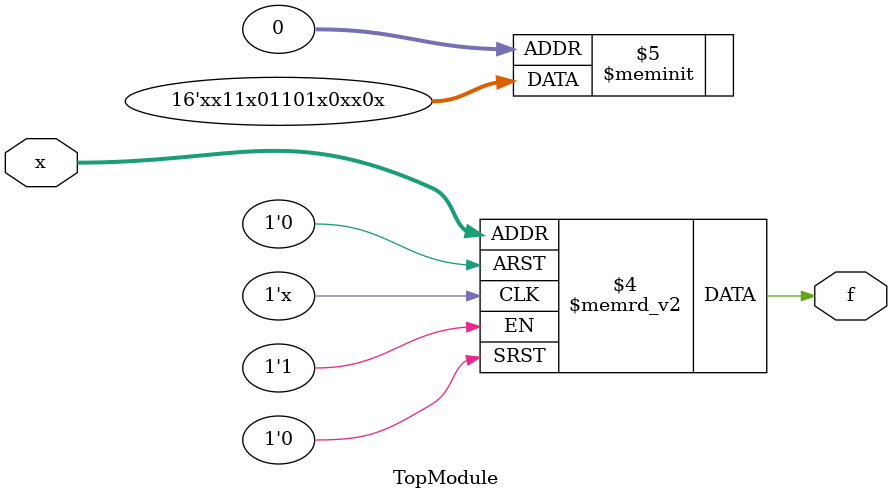
<source format=sv>
module TopModule(
    input logic [3:0] x,
    output logic f
);

    always @(*) begin
        case (x)
            4'b0000: f = 1'bx; // don't-care
            4'b0001: f = 1'b0;
            4'b0010: f = 1'bx; // don't-care
            4'b0011: f = 1'bx; // don't-care
            4'b0100: f = 1'b0;
            4'b0101: f = 1'bx; // don't-care
            4'b0110: f = 1'b1;
            4'b0111: f = 1'b0;
            4'b1000: f = 1'b1;
            4'b1001: f = 1'b1;
            4'b1010: f = 1'b0;
            4'b1011: f = 1'bx; // don't-care
            4'b1100: f = 1'b1;
            4'b1101: f = 1'b1;
            4'b1110: f = 1'bx; // don't-care
            4'b1111: f = 1'bx; // don't-care
            default: f = 1'b0; // default case
        endcase
    end

endmodule
</source>
